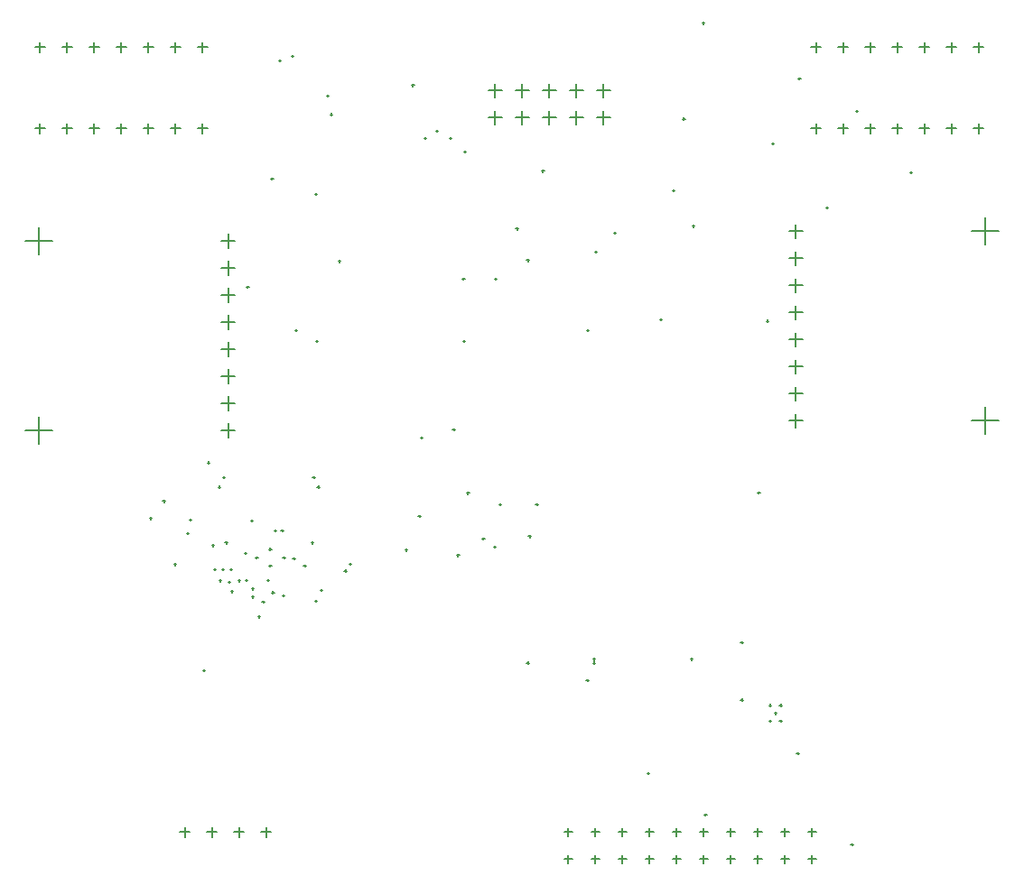
<source format=gbr>
%TF.GenerationSoftware,Altium Limited,Altium Designer,24.1.2 (44)*%
G04 Layer_Color=128*
%FSLAX45Y45*%
%MOMM*%
%TF.SameCoordinates,E01E6690-4C2E-4FB1-AE08-5A5A66155338*%
%TF.FilePolarity,Positive*%
%TF.FileFunction,Drillmap*%
%TF.Part,Single*%
G01*
G75*
%TA.AperFunction,NonConductor*%
%ADD95C,0.12700*%
D95*
X10096490Y3581390D02*
X10172690D01*
X10134590Y3543290D02*
Y3619490D01*
X10350500Y3581400D02*
X10426700D01*
X10388600Y3543300D02*
Y3619500D01*
X10604500Y3581400D02*
X10680700D01*
X10642600Y3543300D02*
Y3619500D01*
X10858500Y3581400D02*
X10934700D01*
X10896600Y3543300D02*
Y3619500D01*
X11112500Y3581400D02*
X11188700D01*
X11150600Y3543300D02*
Y3619500D01*
X11366500Y3581400D02*
X11442700D01*
X11404600Y3543300D02*
Y3619500D01*
X11620490Y3581390D02*
X11696690D01*
X11658590Y3543290D02*
Y3619490D01*
X11874500Y3581400D02*
X11950700D01*
X11912600Y3543300D02*
Y3619500D01*
X12128500Y3581400D02*
X12204700D01*
X12166600Y3543300D02*
Y3619500D01*
X12382500Y3581400D02*
X12458700D01*
X12420600Y3543300D02*
Y3619500D01*
X12382500Y3327400D02*
X12458700D01*
X12420600Y3289300D02*
Y3365500D01*
X12128490Y3327390D02*
X12204690D01*
X12166590Y3289290D02*
Y3365490D01*
X11874500Y3327400D02*
X11950700D01*
X11912600Y3289300D02*
Y3365500D01*
X11620500Y3327400D02*
X11696700D01*
X11658600Y3289300D02*
Y3365500D01*
X11366500Y3327400D02*
X11442700D01*
X11404600Y3289300D02*
Y3365500D01*
X11112500Y3327400D02*
X11188700D01*
X11150600Y3289300D02*
Y3365500D01*
X10858500Y3327400D02*
X10934700D01*
X10896600Y3289300D02*
Y3365500D01*
X10604500Y3327400D02*
X10680700D01*
X10642600Y3289300D02*
Y3365500D01*
X10350500Y3327400D02*
X10426700D01*
X10388600Y3289300D02*
Y3365500D01*
X10096500Y3327400D02*
X10172700D01*
X10134600Y3289300D02*
Y3365500D01*
X6495500Y3581400D02*
X6585500D01*
X6540500Y3536400D02*
Y3626400D01*
X6749500Y3581400D02*
X6839500D01*
X6794500Y3536400D02*
Y3626400D01*
X7003500Y3581400D02*
X7093500D01*
X7048500Y3536400D02*
Y3626400D01*
X7257500Y3581400D02*
X7347500D01*
X7302500Y3536400D02*
Y3626400D01*
X5041900Y7353300D02*
X5295900D01*
X5168900Y7226300D02*
Y7480300D01*
X5042809Y9129212D02*
X5296809D01*
X5169809Y9002212D02*
Y9256212D01*
X6881900Y9131300D02*
X7011900D01*
X6946900Y9066300D02*
Y9196300D01*
X6881900Y8877300D02*
X7011900D01*
X6946900Y8812300D02*
Y8942300D01*
X6881900Y8623300D02*
X7011900D01*
X6946900Y8558300D02*
Y8688300D01*
X6881900Y8369300D02*
X7011900D01*
X6946900Y8304300D02*
Y8434300D01*
X6881900Y8115300D02*
X7011900D01*
X6946900Y8050300D02*
Y8180300D01*
X6881900Y7861300D02*
X7011900D01*
X6946900Y7796300D02*
Y7926300D01*
X6881900Y7607300D02*
X7011900D01*
X6946900Y7542300D02*
Y7672300D01*
X6881900Y7353300D02*
X7011900D01*
X6946900Y7288300D02*
Y7418300D01*
X10399800Y10541000D02*
X10529800D01*
X10464800Y10476000D02*
Y10606000D01*
X10145800Y10541000D02*
X10275800D01*
X10210800Y10476000D02*
Y10606000D01*
X9891800Y10541000D02*
X10021800D01*
X9956800Y10476000D02*
Y10606000D01*
X9637800Y10541000D02*
X9767800D01*
X9702800Y10476000D02*
Y10606000D01*
X9383800Y10541000D02*
X9513800D01*
X9448800Y10476000D02*
Y10606000D01*
X9383800Y10287000D02*
X9513800D01*
X9448800Y10222000D02*
Y10352000D01*
X9637800Y10287000D02*
X9767800D01*
X9702800Y10222000D02*
Y10352000D01*
X9891800Y10287000D02*
X10021800D01*
X9956800Y10222000D02*
Y10352000D01*
X10145810Y10287010D02*
X10275810D01*
X10210810Y10222010D02*
Y10352010D01*
X10399800Y10287000D02*
X10529800D01*
X10464800Y10222000D02*
Y10352000D01*
X13919200Y9220200D02*
X14173199D01*
X14046201Y9093200D02*
Y9347200D01*
X13918291Y7444288D02*
X14172292D01*
X14045291Y7317288D02*
Y7571288D01*
X12203200Y7442200D02*
X12333200D01*
X12268200Y7377200D02*
Y7507200D01*
X12203200Y7696200D02*
X12333200D01*
X12268200Y7631200D02*
Y7761200D01*
X12203200Y7950200D02*
X12333200D01*
X12268200Y7885200D02*
Y8015200D01*
X12203200Y8204200D02*
X12333200D01*
X12268200Y8139200D02*
Y8269200D01*
X12203200Y8458200D02*
X12333200D01*
X12268200Y8393200D02*
Y8523200D01*
X12203200Y8712200D02*
X12333200D01*
X12268200Y8647200D02*
Y8777200D01*
X12203200Y8966200D02*
X12333200D01*
X12268200Y8901200D02*
Y9031200D01*
X12203200Y9220200D02*
X12333200D01*
X12268200Y9155200D02*
Y9285200D01*
X12413700Y10185400D02*
X12503700D01*
X12458700Y10140400D02*
Y10230400D01*
X12667700Y10185400D02*
X12757700D01*
X12712700Y10140400D02*
Y10230400D01*
X12921700Y10185400D02*
X13011700D01*
X12966701Y10140400D02*
Y10230400D01*
X13175700Y10185400D02*
X13265700D01*
X13220700Y10140400D02*
Y10230400D01*
X13429700Y10185400D02*
X13519701D01*
X13474699Y10140400D02*
Y10230400D01*
X13683701Y10185400D02*
X13773700D01*
X13728700Y10140400D02*
Y10230400D01*
X13937700Y10185400D02*
X14027699D01*
X13982700Y10140400D02*
Y10230400D01*
X12413700Y10947400D02*
X12503700D01*
X12458700Y10902400D02*
Y10992400D01*
X12667700Y10947400D02*
X12757700D01*
X12712700Y10902400D02*
Y10992400D01*
X12921700Y10947400D02*
X13011700D01*
X12966701Y10902400D02*
Y10992400D01*
X13175700Y10947400D02*
X13265700D01*
X13220700Y10902400D02*
Y10992400D01*
X13429700Y10947400D02*
X13519701D01*
X13474699Y10902400D02*
Y10992400D01*
X13683701Y10947400D02*
X13773700D01*
X13728700Y10902400D02*
Y10992400D01*
X13937700Y10947400D02*
X14027699D01*
X13982700Y10902400D02*
Y10992400D01*
X5136600Y10185400D02*
X5226600D01*
X5181600Y10140400D02*
Y10230400D01*
X5390600Y10185400D02*
X5480600D01*
X5435600Y10140400D02*
Y10230400D01*
X5644600Y10185400D02*
X5734600D01*
X5689600Y10140400D02*
Y10230400D01*
X5898600Y10185400D02*
X5988600D01*
X5943600Y10140400D02*
Y10230400D01*
X6152600Y10185400D02*
X6242600D01*
X6197600Y10140400D02*
Y10230400D01*
X6406600Y10185400D02*
X6496600D01*
X6451600Y10140400D02*
Y10230400D01*
X6660600Y10185400D02*
X6750600D01*
X6705600Y10140400D02*
Y10230400D01*
X5136600Y10947400D02*
X5226600D01*
X5181600Y10902400D02*
Y10992400D01*
X5390600Y10947400D02*
X5480600D01*
X5435600Y10902400D02*
Y10992400D01*
X5644600Y10947400D02*
X5734600D01*
X5689600Y10902400D02*
Y10992400D01*
X5898600Y10947400D02*
X5988600D01*
X5943600Y10902400D02*
Y10992400D01*
X6152600Y10947400D02*
X6242600D01*
X6197600Y10902400D02*
Y10992400D01*
X6406600Y10947400D02*
X6496600D01*
X6451600Y10902400D02*
Y10992400D01*
X6660600Y10947400D02*
X6750600D01*
X6705600Y10902400D02*
Y10992400D01*
X7762400Y5753100D02*
X7782400D01*
X7772400Y5743100D02*
Y5763100D01*
X7724300Y6299200D02*
X7744300D01*
X7734300Y6289200D02*
Y6309200D01*
X7443581Y6413500D02*
X7463581D01*
X7453581Y6403500D02*
Y6423500D01*
X7381400Y6413500D02*
X7401400D01*
X7391400Y6403500D02*
Y6423500D01*
X8082120Y6098540D02*
X8102120D01*
X8092120Y6088540D02*
Y6108540D01*
X6974647Y5841647D02*
X6994647D01*
X6984647Y5831647D02*
Y5851647D01*
X7165500Y5791200D02*
X7185500D01*
X7175500Y5781200D02*
Y5801200D01*
X7266358Y5743046D02*
X7286358D01*
X7276358Y5733046D02*
Y5753046D01*
X7311095Y5948029D02*
X7331095D01*
X7321095Y5938029D02*
Y5958029D01*
X7356662Y5831656D02*
X7376662D01*
X7366662Y5821656D02*
Y5841656D01*
X7457600Y5803900D02*
X7477600D01*
X7467600Y5793900D02*
Y5813900D01*
X7459911Y6160699D02*
X7479911D01*
X7469911Y6150699D02*
Y6170699D01*
X7204916Y6160699D02*
X7224916D01*
X7214916Y6150699D02*
Y6170699D01*
X7332414Y6238199D02*
X7352414D01*
X7342414Y6228199D02*
Y6248199D01*
X7332414Y6083198D02*
X7352414D01*
X7342414Y6073198D02*
Y6093198D01*
X6962300Y6050600D02*
X6982300D01*
X6972300Y6040600D02*
Y6060600D01*
X6809900Y6050600D02*
X6829900D01*
X6819900Y6040600D02*
Y6060600D01*
X6886100Y6050600D02*
X6906100D01*
X6896100Y6040600D02*
Y6060600D01*
X6441600Y6096000D02*
X6461600D01*
X6451600Y6086000D02*
Y6106000D01*
X6949600Y5930900D02*
X6969600D01*
X6959600Y5920900D02*
Y5940900D01*
X7165500Y5867400D02*
X7185500D01*
X7175500Y5857400D02*
Y5877400D01*
X7109620Y5946140D02*
X7129620D01*
X7119620Y5936140D02*
Y5956140D01*
X7038500Y5943600D02*
X7058500D01*
X7048500Y5933600D02*
Y5953600D01*
X6860700Y5943600D02*
X6880700D01*
X6870700Y5933600D02*
Y5953600D01*
X7157413Y6504300D02*
X7177413D01*
X7167413Y6494300D02*
Y6514300D01*
X6555900Y6388100D02*
X6575900D01*
X6565900Y6378100D02*
Y6398100D01*
X6797200Y6273800D02*
X6817200D01*
X6807200Y6263800D02*
Y6283800D01*
X6208240Y6527800D02*
X6228240D01*
X6218240Y6517800D02*
Y6537800D01*
X6918721Y6299199D02*
X6938721D01*
X6928721Y6289199D02*
Y6309199D01*
X7102000Y6198870D02*
X7122000D01*
X7112000Y6188870D02*
Y6208870D01*
X7813200Y5854700D02*
X7833200D01*
X7823200Y5844700D02*
Y5864700D01*
X9446420Y8773160D02*
X9466420D01*
X9456420Y8763160D02*
Y8783160D01*
X10385702Y9029182D02*
X10405702D01*
X10395702Y9019182D02*
Y9039182D01*
X6751952Y7051512D02*
X6771952D01*
X6761952Y7041512D02*
Y7061512D01*
X8753000Y7284400D02*
X8773000D01*
X8763000Y7274400D02*
Y7294400D01*
X8604542Y6230620D02*
X8624542D01*
X8614542Y6220620D02*
Y6240620D01*
X8036720Y6035040D02*
X8056720D01*
X8046720Y6025040D02*
Y6045040D01*
X9185704Y6764020D02*
X9205704D01*
X9195704Y6754020D02*
Y6774020D01*
X8730140Y6548120D02*
X8750140D01*
X8740140Y6538120D02*
Y6558120D01*
X7538880Y10866120D02*
X7558880D01*
X7548880Y10856120D02*
Y10876120D01*
X7554120Y6149340D02*
X7574120D01*
X7564120Y6139340D02*
Y6159340D01*
X7781856Y6822440D02*
X7801856D01*
X7791856Y6812440D02*
Y6832440D01*
X6851653Y6822440D02*
X6871653D01*
X6861653Y6812440D02*
Y6832440D01*
X6898800Y6913880D02*
X6918800D01*
X6908800Y6903880D02*
Y6923880D01*
X7739540Y6913880D02*
X7759540D01*
X7749540Y6903880D02*
Y6923880D01*
X9022474Y10096500D02*
X9042474D01*
X9032474Y10086500D02*
Y10106500D01*
X7420882Y10821782D02*
X7440882D01*
X7430882Y10811782D02*
Y10831782D01*
X11390902Y11176000D02*
X11410902D01*
X11400902Y11166000D02*
Y11186000D01*
X10365900Y5207000D02*
X10385900D01*
X10375900Y5197000D02*
Y5217000D01*
X9329580Y6337300D02*
X9349580D01*
X9339580Y6327300D02*
Y6347300D01*
X7226460Y5604510D02*
X7246460D01*
X7236460Y5594510D02*
Y5614510D01*
X7655720Y6080760D02*
X7675720D01*
X7665720Y6070760D02*
Y6090760D01*
X9435701Y6257442D02*
X9455701D01*
X9445701Y6247442D02*
Y6267442D01*
X9093360Y6179820D02*
X9113360D01*
X9103360Y6169820D02*
Y6189820D01*
X10365900Y5171440D02*
X10385900D01*
X10375900Y5161440D02*
Y5181440D01*
X9746140Y5171440D02*
X9766140D01*
X9756140Y5161440D02*
Y5181440D01*
X6581300Y6515100D02*
X6601300D01*
X6591300Y6505100D02*
Y6525100D01*
X9052720Y7360920D02*
X9072720D01*
X9062720Y7350920D02*
Y7370920D01*
X9746140Y8948420D02*
X9766140D01*
X9756140Y8938420D02*
Y8958420D01*
X12829700Y10350500D02*
X12849699D01*
X12839700Y10340500D02*
Y10360500D01*
X9144160Y8773160D02*
X9164160D01*
X9154160Y8763160D02*
Y8783160D01*
X13340240Y9773920D02*
X13360240D01*
X13350240Y9763920D02*
Y9783920D01*
X10561480Y9204960D02*
X10581480D01*
X10571480Y9194960D02*
Y9214960D01*
X9763920Y6357620D02*
X9783920D01*
X9773920Y6347620D02*
Y6367620D01*
X6334920Y6687972D02*
X6354920D01*
X6344920Y6677972D02*
Y6697972D01*
X7871417Y10495077D02*
X7891417D01*
X7881417Y10485077D02*
Y10505077D01*
X6708300Y5100320D02*
X6728300D01*
X6718300Y5090320D02*
Y5110320D01*
X11300620Y9271000D02*
X11320620D01*
X11310620Y9261000D02*
Y9281000D01*
X8786020Y10096500D02*
X8806020D01*
X8796020Y10086500D02*
Y10106500D01*
X12278520Y4323080D02*
X12298520D01*
X12288520Y4313080D02*
Y4333080D01*
X12550300Y9442450D02*
X12570300D01*
X12560300Y9432450D02*
Y9452450D01*
X7119780Y8699500D02*
X7139780D01*
X7129780Y8689500D02*
Y8709500D01*
X10997090Y8394700D02*
X11017090D01*
X11007090Y8384700D02*
Y8404700D01*
X7980840Y8940800D02*
X8000840D01*
X7990840Y8930800D02*
Y8950800D01*
X11991500Y8380730D02*
X12011500D01*
X12001500Y8370730D02*
Y8390730D01*
X12786520Y3467100D02*
X12806520D01*
X12796520Y3457100D02*
Y3477100D01*
X8895240Y10165080D02*
X8915240D01*
X8905240Y10155080D02*
Y10175080D01*
X9485704Y6657340D02*
X9505704D01*
X9495704Y6647340D02*
Y6667340D01*
X9831230Y6657340D02*
X9851230D01*
X9841230Y6647340D02*
Y6667340D01*
X11281570Y5207000D02*
X11301570D01*
X11291570Y5197000D02*
Y5217000D01*
X11209180Y10276840D02*
X11229180D01*
X11219180Y10266840D02*
Y10286840D01*
X11112660Y9606280D02*
X11132660D01*
X11122660Y9596280D02*
Y9616280D01*
X12042300Y10043160D02*
X12062300D01*
X12052300Y10033160D02*
Y10053160D01*
X10873900Y4137660D02*
X10893900D01*
X10883900Y4127660D02*
Y4147660D01*
X11912760Y6766560D02*
X11932760D01*
X11922760Y6756560D02*
Y6776560D01*
X10304940Y5006340D02*
X10324940D01*
X10314940Y4996340D02*
Y5016340D01*
X12293760Y10655300D02*
X12313760D01*
X12303760Y10645300D02*
Y10665300D01*
X9644540Y9245600D02*
X9664540D01*
X9654540Y9235600D02*
Y9255600D01*
X9888380Y9786620D02*
X9908380D01*
X9898380Y9776620D02*
Y9796620D01*
X8669180Y10591800D02*
X8689180D01*
X8679180Y10581800D02*
Y10601800D01*
X9157815Y9969500D02*
X9177815D01*
X9167815Y9959500D02*
Y9979500D01*
X7761201Y9573260D02*
X7781201D01*
X7771201Y9563260D02*
Y9583260D01*
X7348380Y9712960D02*
X7368380D01*
X7358380Y9702960D02*
Y9722960D01*
X7902618Y10319502D02*
X7922618D01*
X7912618Y10309502D02*
Y10329502D01*
X11412380Y3746500D02*
X11432380D01*
X11422380Y3736500D02*
Y3756500D01*
X7571900Y8293100D02*
X7591900D01*
X7581900Y8283100D02*
Y8303100D01*
X10307480Y8293100D02*
X10327480D01*
X10317480Y8283100D02*
Y8303100D01*
X11752740Y5360599D02*
X11772740D01*
X11762740Y5350599D02*
Y5370599D01*
X11752740Y4824730D02*
X11772740D01*
X11762740Y4814730D02*
Y4834730D01*
X7767099Y8191500D02*
X7787099D01*
X7777099Y8181500D02*
Y8201500D01*
X9146700Y8191500D02*
X9166700D01*
X9156700Y8181500D02*
Y8201500D01*
X12067700Y4699000D02*
X12087700D01*
X12077700Y4689000D02*
Y4709000D01*
X12017703Y4623999D02*
X12037703D01*
X12027703Y4613999D02*
Y4633999D01*
X12117702Y4623999D02*
X12137702D01*
X12127702Y4613999D02*
Y4633999D01*
X12117702Y4774001D02*
X12137702D01*
X12127702Y4764001D02*
Y4784001D01*
X12017703Y4774001D02*
X12037703D01*
X12027703Y4764001D02*
Y4784001D01*
%TF.MD5,7077baaf165bfe9663e70517575b630b*%
M02*

</source>
